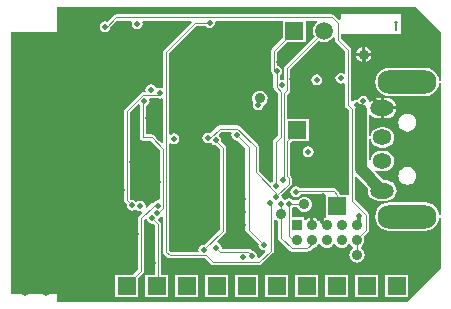
<source format=gtl>
G04 Layer_Physical_Order=1*
G04 Layer_Color=255*
%FSLAX25Y25*%
%MOIN*%
G70*
G01*
G75*
%ADD10R,0.00492X0.00492*%
%ADD11C,0.03543*%
%ADD12C,0.00492*%
%ADD13C,0.01181*%
%ADD14C,0.03937*%
%ADD15C,0.00591*%
%ADD16R,0.15714X0.87517*%
%ADD17R,0.05906X0.05906*%
%ADD18C,0.03543*%
%ADD19R,0.03543X0.03543*%
%ADD20C,0.05906*%
%ADD21O,0.19685X0.07874*%
%ADD22C,0.00394*%
%ADD23O,0.07874X0.05118*%
%ADD24O,0.06299X0.05118*%
%ADD25C,0.01969*%
%ADD26C,0.03150*%
G36*
X196850Y78740D02*
Y62508D01*
X196350Y62476D01*
X196237Y63340D01*
X195761Y64489D01*
X195003Y65476D01*
X194017Y66233D01*
X192867Y66709D01*
X191634Y66872D01*
X179823D01*
X178589Y66709D01*
X177440Y66233D01*
X176453Y65476D01*
X175696Y64489D01*
X175220Y63340D01*
X175058Y62106D01*
X175220Y60873D01*
X175696Y59724D01*
X176453Y58737D01*
X177440Y57980D01*
X178589Y57503D01*
X179823Y57341D01*
X191634D01*
X192867Y57503D01*
X194017Y57980D01*
X195003Y58737D01*
X195761Y59724D01*
X196237Y60873D01*
X196350Y61737D01*
X196850Y61704D01*
Y17626D01*
X196350Y17594D01*
X196237Y18458D01*
X195761Y19607D01*
X195003Y20594D01*
X194017Y21351D01*
X192867Y21827D01*
X191634Y21990D01*
X179823D01*
X178589Y21827D01*
X177440Y21351D01*
X176453Y20594D01*
X175696Y19607D01*
X175220Y18458D01*
X175058Y17224D01*
X175220Y15991D01*
X175696Y14842D01*
X176453Y13855D01*
X177440Y13098D01*
X178589Y12622D01*
X179823Y12459D01*
X191634D01*
X192867Y12622D01*
X194017Y13098D01*
X195003Y13855D01*
X195761Y14842D01*
X196237Y15991D01*
X196350Y16855D01*
X196850Y16823D01*
Y-0D01*
X185728Y-11122D01*
X69095D01*
Y86986D01*
X188605D01*
X196850Y78740D01*
D02*
G37*
%LPC*%
G36*
X185965Y-2224D02*
X178484D01*
Y-9705D01*
X185965D01*
Y-2224D01*
D02*
G37*
G36*
X175965D02*
X168484D01*
Y-9705D01*
X175965D01*
Y-2224D01*
D02*
G37*
G36*
X182149Y52953D02*
X177953D01*
Y50069D01*
X178839D01*
X179712Y50185D01*
X180526Y50522D01*
X181225Y51058D01*
X181762Y51757D01*
X182099Y52571D01*
X182149Y52953D01*
D02*
G37*
G36*
X185728Y51502D02*
X184958Y51400D01*
X184239Y51103D01*
X183622Y50630D01*
X183149Y50013D01*
X182852Y49294D01*
X182750Y48524D01*
X182852Y47753D01*
X183149Y47034D01*
X183622Y46418D01*
X184239Y45944D01*
X184958Y45647D01*
X185728Y45545D01*
X186499Y45647D01*
X187217Y45944D01*
X187834Y46418D01*
X188308Y47034D01*
X188605Y47753D01*
X188707Y48524D01*
X188605Y49294D01*
X188308Y50013D01*
X187834Y50630D01*
X187217Y51103D01*
X186499Y51400D01*
X185728Y51502D01*
D02*
G37*
G36*
Y33785D02*
X184958Y33684D01*
X184239Y33386D01*
X183622Y32913D01*
X183149Y32296D01*
X182852Y31578D01*
X182750Y30807D01*
X182852Y30036D01*
X183149Y29318D01*
X183622Y28701D01*
X184239Y28228D01*
X184958Y27930D01*
X185728Y27829D01*
X186499Y27930D01*
X187217Y28228D01*
X187834Y28701D01*
X188308Y29318D01*
X188605Y30036D01*
X188707Y30807D01*
X188605Y31578D01*
X188308Y32296D01*
X187834Y32913D01*
X187217Y33386D01*
X186499Y33684D01*
X185728Y33785D01*
D02*
G37*
G36*
X135965Y-2224D02*
X128484D01*
Y-9705D01*
X135965D01*
Y-2224D01*
D02*
G37*
G36*
X125965D02*
X118484D01*
Y-9705D01*
X125965D01*
Y-2224D01*
D02*
G37*
G36*
X115965D02*
X108484D01*
Y-9705D01*
X115965D01*
Y-2224D01*
D02*
G37*
G36*
X165965D02*
X158484D01*
Y-9705D01*
X165965D01*
Y-2224D01*
D02*
G37*
G36*
X155965D02*
X148484D01*
Y-9705D01*
X155965D01*
Y-2224D01*
D02*
G37*
G36*
X145965D02*
X138484D01*
Y-9705D01*
X145965D01*
Y-2224D01*
D02*
G37*
G36*
X173776Y70669D02*
X171752D01*
Y68645D01*
X171928Y68668D01*
X172550Y68926D01*
X173085Y69336D01*
X173495Y69871D01*
X173753Y70493D01*
X173776Y70669D01*
D02*
G37*
G36*
X171752Y73678D02*
Y71653D01*
X173776D01*
X173753Y71829D01*
X173495Y72452D01*
X173085Y72987D01*
X172550Y73397D01*
X171928Y73655D01*
X171752Y73678D01*
D02*
G37*
G36*
X170768D02*
X170592Y73655D01*
X169969Y73397D01*
X169435Y72987D01*
X169025Y72452D01*
X168767Y71829D01*
X168744Y71653D01*
X170768D01*
Y73678D01*
D02*
G37*
G36*
X183630Y84883D02*
X163551D01*
Y82936D01*
X163051Y82729D01*
X161444Y84336D01*
X161102Y84565D01*
X160699Y84645D01*
X160699Y84645D01*
X88610D01*
X88610Y84645D01*
X88206Y84565D01*
X87865Y84336D01*
X87865Y84336D01*
X85692Y82164D01*
X85018Y82298D01*
X84326Y82160D01*
X83740Y81769D01*
X83349Y81182D01*
X83211Y80491D01*
X83349Y79800D01*
X83740Y79214D01*
X84326Y78822D01*
X85018Y78685D01*
X85709Y78822D01*
X86295Y79214D01*
X86686Y79800D01*
X86780Y80272D01*
X89046Y82538D01*
X93701D01*
X94029Y82038D01*
X93937Y81574D01*
X94074Y80882D01*
X94466Y80296D01*
X95052Y79905D01*
X95743Y79767D01*
X96434Y79905D01*
X97021Y80296D01*
X97412Y80882D01*
X97550Y81574D01*
X97457Y82038D01*
X97785Y82538D01*
X113653D01*
X113845Y82076D01*
X104668Y72899D01*
X104440Y72557D01*
X104360Y72154D01*
X104360Y72154D01*
Y60252D01*
X104007Y60063D01*
X103860Y60031D01*
X103222Y60158D01*
X102530Y60020D01*
X102418Y59945D01*
X101956Y60136D01*
X101938Y60223D01*
X101547Y60809D01*
X100961Y61201D01*
X100270Y61338D01*
X99578Y61201D01*
X98992Y60809D01*
X98601Y60223D01*
X98463Y59532D01*
X98519Y59250D01*
X98202Y58863D01*
X97760D01*
X97760Y58863D01*
X97357Y58783D01*
X97015Y58555D01*
X97015Y58555D01*
X91554Y53094D01*
X91326Y52752D01*
X91246Y52349D01*
X91246Y52349D01*
Y22730D01*
X91246Y22730D01*
X91326Y22327D01*
X91554Y21985D01*
X92317Y21223D01*
X92264Y20959D01*
X92401Y20268D01*
X92793Y19682D01*
X93379Y19290D01*
X94070Y19153D01*
X94762Y19290D01*
X95327Y19668D01*
X95450Y19485D01*
X96036Y19094D01*
X96727Y18956D01*
X97160Y19042D01*
X97406Y18581D01*
X96327Y17502D01*
X96099Y17160D01*
X96018Y16757D01*
X96018Y16757D01*
Y-385D01*
X94179Y-2224D01*
X88484D01*
Y-9705D01*
X95965D01*
Y-3419D01*
X97817Y-1567D01*
X97817Y-1567D01*
X98046Y-1225D01*
X98126Y-822D01*
X98126Y-822D01*
Y16229D01*
X98475Y16512D01*
X98940Y16346D01*
X99020Y15943D01*
X99412Y15357D01*
X99998Y14965D01*
X100689Y14828D01*
X100953Y14880D01*
X101555Y14278D01*
Y-2224D01*
X98484D01*
Y-9705D01*
X105965D01*
Y-2224D01*
X103662D01*
Y14715D01*
X103662Y14715D01*
X103582Y15118D01*
X103353Y15460D01*
X102670Y16143D01*
X102834Y16686D01*
X103088Y16737D01*
X103674Y17128D01*
X103860Y17405D01*
X104360Y17254D01*
Y5582D01*
X104360Y5582D01*
X104440Y5179D01*
X104668Y4837D01*
X105805Y3700D01*
X106147Y3472D01*
X106550Y3391D01*
X106550Y3391D01*
X118190D01*
X120310Y1272D01*
X120310Y1272D01*
X120652Y1043D01*
X121055Y963D01*
X121055Y963D01*
X136367D01*
X136367Y963D01*
X136770Y1043D01*
X137112Y1272D01*
X140965Y5125D01*
X140965Y5125D01*
X141193Y5466D01*
X141274Y5870D01*
Y16248D01*
X141774Y16418D01*
X141876Y16285D01*
X142410Y15875D01*
X142647Y15777D01*
Y10098D01*
X142647Y10098D01*
X142727Y9695D01*
X142956Y9353D01*
X146460Y5849D01*
X146460Y5849D01*
X146801Y5621D01*
X147205Y5541D01*
X147205Y5541D01*
X152461D01*
X152461Y5541D01*
X152864Y5621D01*
X153206Y5849D01*
X154183Y6826D01*
X154566Y6877D01*
X155188Y7135D01*
X155723Y7545D01*
X156133Y8079D01*
X156662D01*
X157072Y7545D01*
X157607Y7135D01*
X158230Y6877D01*
X158898Y6789D01*
X159566Y6877D01*
X160188Y7135D01*
X160723Y7545D01*
X161133Y8079D01*
X161662D01*
X162073Y7545D01*
X162607Y7135D01*
X163230Y6877D01*
X163898Y6789D01*
X164566Y6877D01*
X165188Y7135D01*
X165723Y7545D01*
X166133Y8079D01*
X166662D01*
X167072Y7545D01*
X167582Y7154D01*
X167628Y6973D01*
X167611Y6592D01*
X167171Y6254D01*
X166761Y5720D01*
X166503Y5097D01*
X166415Y4429D01*
X166503Y3761D01*
X166761Y3139D01*
X167171Y2604D01*
X167706Y2194D01*
X168328Y1936D01*
X168996Y1848D01*
X169664Y1936D01*
X170287Y2194D01*
X170821Y2604D01*
X171231Y3139D01*
X171489Y3761D01*
X171577Y4429D01*
X171489Y5097D01*
X171231Y5720D01*
X170821Y6254D01*
X170312Y6645D01*
X170266Y6827D01*
X170283Y7207D01*
X170723Y7545D01*
X171133Y8079D01*
X171391Y8702D01*
X171479Y9370D01*
X171391Y10038D01*
X171183Y10539D01*
X172694Y12050D01*
X172922Y12392D01*
X173003Y12795D01*
X173003Y12795D01*
Y17815D01*
X172922Y18218D01*
X172694Y18560D01*
X172694Y18560D01*
X168278Y22976D01*
Y30430D01*
X168778Y30637D01*
X172803Y26612D01*
X172707Y25886D01*
X172822Y25012D01*
X173160Y24198D01*
X173696Y23499D01*
X174395Y22963D01*
X175209Y22625D01*
X176083Y22511D01*
X178839D01*
X179712Y22625D01*
X180526Y22963D01*
X181225Y23499D01*
X181762Y24198D01*
X182099Y25012D01*
X182214Y25886D01*
X182099Y26759D01*
X181762Y27573D01*
X181225Y28273D01*
X180526Y28809D01*
X179712Y29146D01*
X178839Y29261D01*
X178016D01*
X174839Y32438D01*
X175169Y32815D01*
X175182Y32805D01*
X175996Y32468D01*
X176870Y32353D01*
X178051D01*
X178925Y32468D01*
X179739Y32805D01*
X180438Y33342D01*
X180974Y34041D01*
X181312Y34855D01*
X181427Y35728D01*
X181312Y36602D01*
X180974Y37416D01*
X180438Y38115D01*
X179739Y38651D01*
X178925Y38989D01*
X178051Y39104D01*
X176870D01*
X175996Y38989D01*
X175182Y38651D01*
X174483Y38115D01*
X173947Y37416D01*
X173610Y36602D01*
X173555Y36188D01*
X173055Y36221D01*
Y43110D01*
X173555Y43143D01*
X173610Y42729D01*
X173947Y41915D01*
X174483Y41216D01*
X175182Y40679D01*
X175996Y40342D01*
X176870Y40227D01*
X178051D01*
X178925Y40342D01*
X179739Y40679D01*
X180438Y41216D01*
X180974Y41915D01*
X181312Y42729D01*
X181427Y43602D01*
X181312Y44476D01*
X180974Y45290D01*
X180438Y45989D01*
X179739Y46525D01*
X178925Y46863D01*
X178051Y46978D01*
X176870D01*
X175996Y46863D01*
X175182Y46525D01*
X174483Y45989D01*
X173947Y45290D01*
X173610Y44476D01*
X173555Y44062D01*
X173055Y44095D01*
Y51072D01*
X173555Y51241D01*
X173696Y51058D01*
X174395Y50522D01*
X175209Y50185D01*
X176083Y50069D01*
X176969D01*
Y53445D01*
Y56820D01*
X176083D01*
X175209Y56705D01*
X174395Y56368D01*
X173696Y55832D01*
X173451Y55512D01*
X173143Y55578D01*
X172949Y55680D01*
X172824Y56308D01*
X172433Y56894D01*
X171846Y57285D01*
X171155Y57423D01*
X170464Y57285D01*
X169878Y56894D01*
X169486Y56308D01*
X169155Y56086D01*
X168898Y56137D01*
X168206Y56000D01*
X167646Y55625D01*
X167502Y55655D01*
X167146Y55798D01*
Y72816D01*
X167146Y72816D01*
X167066Y73219D01*
X166838Y73561D01*
X166838Y73561D01*
X163709Y76690D01*
Y78190D01*
X180153D01*
Y77994D01*
X183827D01*
Y83505D01*
X183630D01*
Y84883D01*
D02*
G37*
G36*
X178839Y56820D02*
X177953D01*
Y53937D01*
X182149D01*
X182099Y54318D01*
X181762Y55133D01*
X181225Y55832D01*
X180526Y56368D01*
X179712Y56705D01*
X178839Y56820D01*
D02*
G37*
G36*
X170768Y70669D02*
X168744D01*
X168767Y70493D01*
X169025Y69871D01*
X169435Y69336D01*
X169969Y68926D01*
X170592Y68668D01*
X170768Y68645D01*
Y70669D01*
D02*
G37*
%LPD*%
G36*
X144389Y76962D02*
X140643Y73216D01*
X140414Y72874D01*
X140334Y72471D01*
X140334Y72471D01*
Y66531D01*
X140334Y66531D01*
X140414Y66128D01*
X140450Y66075D01*
X140382Y65731D01*
X140519Y65040D01*
X140911Y64454D01*
X141134Y64305D01*
Y61801D01*
X141121Y61737D01*
X141121Y61737D01*
Y60310D01*
X141121Y60310D01*
X141202Y59907D01*
X141430Y59565D01*
X142610Y58385D01*
Y44198D01*
X141344Y42932D01*
X141116Y42590D01*
X141036Y42187D01*
X141036Y42187D01*
Y28979D01*
X140812Y28829D01*
X140652Y28590D01*
X140155Y28541D01*
X136290Y32406D01*
Y40453D01*
X136210Y40856D01*
X135981Y41198D01*
X135981Y41198D01*
X129865Y47315D01*
X129523Y47543D01*
X129119Y47623D01*
X129119Y47623D01*
X123169D01*
X123169Y47623D01*
X122766Y47543D01*
X122424Y47315D01*
X122424Y47315D01*
X120103Y44994D01*
X119983Y45074D01*
X119291Y45212D01*
X118600Y45074D01*
X118014Y44683D01*
X117622Y44097D01*
X117485Y43406D01*
X117622Y42714D01*
X118014Y42128D01*
X118600Y41737D01*
X119291Y41599D01*
X119983Y41737D01*
X120005Y41752D01*
X120495Y41654D01*
X120573Y41538D01*
X121159Y41146D01*
X121850Y41009D01*
X122032Y41045D01*
X123257Y39819D01*
Y12936D01*
X118231Y7911D01*
X117913Y7974D01*
X117222Y7836D01*
X116636Y7445D01*
X116244Y6859D01*
X116107Y6168D01*
X116163Y5885D01*
X115846Y5499D01*
X106986D01*
X106467Y6018D01*
Y41421D01*
X106967Y41688D01*
X107314Y41456D01*
X108006Y41318D01*
X108697Y41456D01*
X109283Y41847D01*
X109675Y42434D01*
X109812Y43125D01*
X109675Y43816D01*
X109283Y44402D01*
X108697Y44794D01*
X108006Y44931D01*
X107314Y44794D01*
X106967Y44561D01*
X106467Y44829D01*
Y71718D01*
X115565Y80815D01*
X118424D01*
X118574Y80591D01*
X119160Y80200D01*
X119851Y80062D01*
X120543Y80200D01*
X121128Y80591D01*
X121520Y81178D01*
X121658Y81869D01*
X121601Y82151D01*
X121919Y82538D01*
X144389D01*
Y76962D01*
D02*
G37*
G36*
X161601Y76772D02*
Y76253D01*
X161601Y76253D01*
X161682Y75850D01*
X161910Y75508D01*
X165039Y72379D01*
Y65047D01*
X164539Y64779D01*
X164274Y64956D01*
X163583Y65094D01*
X162891Y64956D01*
X162305Y64565D01*
X161914Y63979D01*
X161776Y63287D01*
X161914Y62596D01*
X162305Y62010D01*
X162891Y61619D01*
X163583Y61481D01*
X164274Y61619D01*
X164539Y61796D01*
X165039Y61528D01*
Y54282D01*
X165039Y54282D01*
X165119Y53878D01*
X165347Y53536D01*
X166171Y52713D01*
Y24897D01*
X166142Y24409D01*
X163945D01*
X163455Y24508D01*
X163375Y24911D01*
X163147Y25253D01*
X163147Y25253D01*
X161916Y26483D01*
X161574Y26712D01*
X161171Y26792D01*
X161171Y26792D01*
X149866D01*
X149313Y27161D01*
X148622Y27299D01*
X147931Y27161D01*
X147345Y26769D01*
X146953Y26183D01*
X146816Y25492D01*
X146953Y24801D01*
X147345Y24215D01*
X147931Y23823D01*
X148622Y23686D01*
X149313Y23823D01*
X149899Y24215D01*
X150213Y24685D01*
X158275D01*
X158661Y24409D01*
Y16929D01*
X158661Y16929D01*
X158442Y16896D01*
X158230Y16863D01*
X158205Y16853D01*
X157607Y16605D01*
X157072Y16195D01*
X156662Y15661D01*
X156133D01*
X155723Y16195D01*
X155188Y16605D01*
X154566Y16863D01*
X154390Y16886D01*
Y14370D01*
X153405D01*
Y16886D01*
X153230Y16863D01*
X152607Y16605D01*
X152073Y16195D01*
X151957Y16044D01*
X151457Y16214D01*
Y16929D01*
X147412D01*
Y20125D01*
X147643Y20279D01*
X147792Y20503D01*
X149020D01*
X149241Y19969D01*
X149651Y19435D01*
X150186Y19025D01*
X150808Y18767D01*
X151476Y18679D01*
X152144Y18767D01*
X152767Y19025D01*
X153302Y19435D01*
X153712Y19969D01*
X153970Y20592D01*
X154058Y21260D01*
X153970Y21928D01*
X153712Y22550D01*
X153302Y23085D01*
X152767Y23495D01*
X152144Y23753D01*
X151476Y23841D01*
X150808Y23753D01*
X150186Y23495D01*
X149651Y23085D01*
X149287Y22610D01*
X147792D01*
X147643Y22833D01*
X147057Y23225D01*
X146365Y23362D01*
X145674Y23225D01*
X145088Y22833D01*
X144647Y22988D01*
X144294Y23224D01*
X144193Y23244D01*
X143939Y23623D01*
X143803Y24306D01*
X146919Y27422D01*
X146919Y27422D01*
X147147Y27764D01*
X147227Y28167D01*
X147227Y28167D01*
Y30135D01*
X147147Y30538D01*
X146919Y30880D01*
X146919Y30880D01*
X146686Y31113D01*
Y41850D01*
X147258Y42421D01*
X152854D01*
Y49902D01*
X145702D01*
Y57893D01*
X146365Y58556D01*
X146365Y58556D01*
X146594Y58898D01*
X146674Y59301D01*
X146674Y59301D01*
Y66267D01*
X156320Y75913D01*
X157152Y75568D01*
X158129Y75440D01*
X159105Y75568D01*
X160015Y75945D01*
X160796Y76544D01*
X161101Y76942D01*
X161601Y76772D01*
D02*
G37*
G36*
X96342Y54702D02*
X96667Y54519D01*
Y43602D01*
X96747Y43199D01*
X96975Y42857D01*
X97317Y42629D01*
X97720Y42549D01*
X100128D01*
X103277Y39400D01*
Y23040D01*
X102777Y22629D01*
X102559Y22672D01*
X101868Y22535D01*
X101282Y22143D01*
X101125Y21909D01*
X100778Y21840D01*
X100436Y21611D01*
X100436Y21611D01*
X98908Y20084D01*
X98448Y20330D01*
X98534Y20762D01*
X98396Y21454D01*
X98005Y22040D01*
X97418Y22431D01*
X96727Y22569D01*
X96036Y22431D01*
X95470Y22053D01*
X95348Y22237D01*
X94762Y22628D01*
X94070Y22766D01*
X93807Y22713D01*
X93353Y23167D01*
Y51912D01*
X96160Y54720D01*
X96342Y54702D01*
D02*
G37*
G36*
X102530Y56682D02*
X103222Y56545D01*
X103860Y56672D01*
X104007Y56639D01*
X104360Y56450D01*
Y41951D01*
X103898Y41759D01*
X101310Y44347D01*
X100968Y44576D01*
X100565Y44656D01*
X100565Y44656D01*
X98774D01*
Y54021D01*
X98796Y54026D01*
X99382Y54417D01*
X99774Y55003D01*
X99911Y55694D01*
X99800Y56256D01*
X100082Y56756D01*
X102420D01*
X102530Y56682D01*
D02*
G37*
G36*
X155667Y82038D02*
X155461Y81880D01*
X154862Y81098D01*
X154485Y80188D01*
X154356Y79212D01*
X154485Y78236D01*
X154830Y77403D01*
X144875Y67448D01*
X144647Y67106D01*
X144566Y66703D01*
X144566Y66703D01*
Y63091D01*
X144180Y62774D01*
X143898Y62830D01*
X143628Y62776D01*
X143242Y63094D01*
Y64305D01*
X143465Y64454D01*
X143857Y65040D01*
X143994Y65731D01*
X143857Y66422D01*
X143465Y67009D01*
X142879Y67400D01*
X142441Y67487D01*
Y72035D01*
X145879Y75472D01*
X151869D01*
Y82538D01*
X155498D01*
X155667Y82038D01*
D02*
G37*
G36*
X127330Y45075D02*
X127268Y44983D01*
X127131Y44291D01*
X127268Y43600D01*
X127660Y43014D01*
X128246Y42623D01*
X128937Y42485D01*
X129201Y42537D01*
X131820Y39918D01*
Y12795D01*
X131820Y12795D01*
X131901Y12392D01*
X132129Y12050D01*
X136193Y7986D01*
X136150Y7774D01*
X136288Y7082D01*
X136679Y6496D01*
X137266Y6105D01*
X137957Y5967D01*
X138161Y6008D01*
X138407Y5547D01*
X136273Y3413D01*
X136039Y3437D01*
X135651Y3967D01*
X135665Y4035D01*
X135527Y4727D01*
X135136Y5313D01*
X134549Y5704D01*
X133955Y5822D01*
X133521Y6257D01*
X133179Y6485D01*
X132776Y6566D01*
X132775Y6566D01*
X124137D01*
X123952Y6791D01*
X123814Y7483D01*
X123423Y8069D01*
X122837Y8460D01*
X122530Y8521D01*
X122365Y9064D01*
X125056Y11755D01*
X125056Y11755D01*
X125285Y12097D01*
X125365Y12500D01*
X125365Y12500D01*
Y40256D01*
X125365Y40256D01*
X125285Y40659D01*
X125056Y41001D01*
X125056Y41001D01*
X123588Y42469D01*
X123657Y42815D01*
X123519Y43506D01*
X123128Y44092D01*
X122888Y44252D01*
X122839Y44750D01*
X123606Y45516D01*
X127094D01*
X127330Y45075D01*
D02*
G37*
%LPC*%
G36*
X136614Y59176D02*
X135946Y59088D01*
X135324Y58830D01*
X134789Y58420D01*
X134379Y57885D01*
X134121Y57262D01*
X134033Y56595D01*
X134121Y55926D01*
X134379Y55304D01*
X134483Y55168D01*
X134349Y54494D01*
X134486Y53803D01*
X134878Y53217D01*
X135464Y52825D01*
X136155Y52688D01*
X136846Y52825D01*
X137433Y53217D01*
X137824Y53803D01*
X137940Y54386D01*
X138439Y54769D01*
X138849Y55304D01*
X139107Y55926D01*
X139195Y56595D01*
X139107Y57262D01*
X138849Y57885D01*
X138439Y58420D01*
X137905Y58830D01*
X137282Y59088D01*
X136614Y59176D01*
D02*
G37*
G36*
X155512Y64602D02*
X154821Y64464D01*
X154235Y64073D01*
X153843Y63486D01*
X153705Y62795D01*
X153843Y62104D01*
X154235Y61518D01*
X154821Y61126D01*
X155512Y60989D01*
X156203Y61126D01*
X156789Y61518D01*
X157181Y62104D01*
X157318Y62795D01*
X157181Y63486D01*
X156789Y64073D01*
X156203Y64464D01*
X155512Y64602D01*
D02*
G37*
G36*
X152717Y40674D02*
X152025Y40537D01*
X151439Y40145D01*
X151048Y39559D01*
X150910Y38868D01*
X151048Y38177D01*
X151439Y37591D01*
X152025Y37199D01*
X152717Y37062D01*
X153408Y37199D01*
X153994Y37591D01*
X154386Y38177D01*
X154523Y38868D01*
X154386Y39559D01*
X153994Y40145D01*
X153408Y40537D01*
X152717Y40674D01*
D02*
G37*
%LPD*%
D10*
X126132Y46570D02*
D03*
X124132D02*
D03*
D11*
X151476Y21260D02*
D03*
X136614Y56595D02*
D03*
X171260Y71161D02*
D03*
X143701Y18110D02*
D03*
X168996Y4429D02*
D03*
D12*
X104331Y20202D02*
Y39836D01*
X105413Y5582D02*
Y72154D01*
Y5582D02*
X106550Y4445D01*
X105413Y72154D02*
X115128Y81869D01*
X119851D01*
X106550Y4445D02*
X118627D01*
X121055Y2017D01*
X136367D01*
X102663Y18534D02*
X104331Y20202D01*
X100565Y43602D02*
X104331Y39836D01*
X102269Y18927D02*
X102663Y18534D01*
X97720Y43602D02*
X100565D01*
X135236Y31969D02*
Y40453D01*
Y31969D02*
X142133Y25073D01*
X145633Y42286D02*
X149311Y45965D01*
X129650Y46014D02*
X133858Y41806D01*
X142133Y24126D02*
Y25073D01*
Y24126D02*
X146174Y28167D01*
Y30135D01*
X145633Y30676D02*
X146174Y30135D01*
X145633Y30676D02*
Y42286D01*
X149114Y46161D02*
X149311Y45965D01*
X136367Y2017D02*
X140220Y5870D01*
X133858Y4035D02*
Y4429D01*
X132776Y5512D02*
X133858Y4429D01*
X123425Y5512D02*
X132776D01*
X122146Y6791D02*
X123425Y5512D01*
X140220Y5870D02*
Y21752D01*
X97072Y16757D02*
X101181Y20866D01*
X97072Y-822D02*
Y16757D01*
X102608Y-5571D02*
Y14715D01*
X102224Y-5965D02*
X102510D01*
X100689Y16634D02*
X102608Y14715D01*
X92323Y-5571D02*
X97072Y-822D01*
X101181Y20866D02*
X102559D01*
X102397Y18406D02*
Y18799D01*
X102269Y18927D02*
X102397Y18799D01*
X102264Y18932D02*
X102269Y18927D01*
X97720Y43602D02*
Y55310D01*
X85264Y80245D02*
X88610Y83591D01*
X142188Y61750D02*
Y65731D01*
X142175Y61737D02*
X142188Y61750D01*
X142175Y60310D02*
Y61737D01*
Y60310D02*
X143664Y58821D01*
X144648Y29619D02*
Y58329D01*
X144451Y29422D02*
X144648Y29619D01*
X143664Y43762D02*
Y58821D01*
X144648Y58329D02*
X145620Y59301D01*
X142090Y42187D02*
X143664Y43762D01*
X141388Y66531D02*
X142188Y65731D01*
X145620Y59301D02*
Y66703D01*
X158129Y79212D01*
X142090Y27552D02*
Y42187D01*
X141388Y66531D02*
Y72471D01*
X148129Y79212D01*
X92299Y22730D02*
X94070Y20959D01*
X160699Y83591D02*
X162655Y81635D01*
Y76253D02*
Y81635D01*
Y76253D02*
X166093Y72816D01*
X88610Y83591D02*
X160699D01*
X166093Y54282D02*
Y72816D01*
X102680Y57810D02*
X103222Y58351D01*
X92299Y52349D02*
X97760Y57810D01*
X102680D01*
X97720Y55310D02*
X98105Y55694D01*
X92299Y22730D02*
Y52349D01*
X124132Y46570D02*
X126132D01*
X147205Y6594D02*
X152461D01*
X143701Y10098D02*
X147205Y6594D01*
X143701Y10098D02*
Y21555D01*
X146358Y10728D02*
Y20875D01*
X132874Y12795D02*
X137896Y7774D01*
X137957D01*
X146365Y21556D02*
X151180D01*
X151476Y21260D01*
X146365Y20974D02*
Y21556D01*
X152461Y6594D02*
X153937Y8071D01*
X146358Y10728D02*
X148898Y8189D01*
X148622Y25492D02*
X148868Y25738D01*
X161171D01*
X168898Y9370D02*
Y9744D01*
X162402Y20669D02*
Y24508D01*
X161171Y25738D02*
X162402Y24508D01*
X168996Y3051D02*
Y9055D01*
X121752Y42815D02*
X124311Y40256D01*
X121752Y42815D02*
X121850D01*
X153937Y8071D02*
Y9187D01*
X132874Y12795D02*
Y40354D01*
X128937Y44291D02*
X132874Y40354D01*
X119291Y43406D02*
X120005D01*
X126132Y46570D02*
X129119D01*
X120005Y43406D02*
X123169Y46570D01*
X124132D01*
X118110Y6299D02*
X124311Y12500D01*
Y40256D01*
X129119Y46570D02*
X135236Y40453D01*
X168898Y9744D02*
X171949Y12795D01*
Y17815D01*
X167224Y22539D02*
X171949Y17815D01*
X167224Y22539D02*
Y53150D01*
X166093Y54282D02*
X167224Y53150D01*
D13*
X169685Y13976D02*
Y17323D01*
X157382Y15295D02*
X159193Y13484D01*
X154193D02*
X155020Y14311D01*
X149193Y13484D02*
X149803Y14095D01*
X157382Y15295D02*
Y19094D01*
X171161Y59744D02*
Y71161D01*
Y59744D02*
X177461Y53445D01*
D14*
X170276Y33071D02*
X177461Y25886D01*
X170276Y33071D02*
Y52854D01*
D15*
X182449Y82127D02*
X181531D01*
X181990D01*
Y79372D01*
X182449Y79831D01*
D16*
X61435Y35195D02*
D03*
D17*
X142224Y-5965D02*
D03*
X132224D02*
D03*
X162224D02*
D03*
X152224D02*
D03*
X122224D02*
D03*
X112224D02*
D03*
X102224D02*
D03*
X92224D02*
D03*
X162402Y20669D02*
D03*
X182224Y-5965D02*
D03*
X172224D02*
D03*
X149114Y46161D02*
D03*
X148129Y79212D02*
D03*
D18*
X168898Y14370D02*
D03*
X163898D02*
D03*
X158898D02*
D03*
X153898D02*
D03*
X148898Y9370D02*
D03*
X153898D02*
D03*
X158898D02*
D03*
X163898D02*
D03*
X168898D02*
D03*
D19*
X148898Y14370D02*
D03*
D20*
X158129Y79212D02*
D03*
D21*
X185728Y62106D02*
D03*
Y17224D02*
D03*
D22*
Y48524D02*
D03*
Y30807D02*
D03*
D23*
X177461Y25886D02*
D03*
Y53445D02*
D03*
D24*
Y35728D02*
D03*
Y43602D02*
D03*
D25*
X102466Y25789D02*
D03*
X133858Y4035D02*
D03*
X122146Y6791D02*
D03*
X103084Y43518D02*
D03*
X102397Y18406D02*
D03*
X100689Y16634D02*
D03*
X102559Y20866D02*
D03*
X96727Y20762D02*
D03*
X100886Y1870D02*
D03*
X85018Y80491D02*
D03*
X141794Y46740D02*
D03*
X142188Y65731D02*
D03*
X142680Y81180D02*
D03*
X144451Y29422D02*
D03*
X142090Y27552D02*
D03*
X94070Y20959D02*
D03*
X73013Y45264D02*
D03*
X119851Y81869D02*
D03*
X95743Y81574D02*
D03*
X90528Y26174D02*
D03*
X86198Y-1181D02*
D03*
Y-3641D02*
D03*
Y-6790D02*
D03*
X91217Y7774D02*
D03*
X95350Y11414D02*
D03*
X91414Y14957D02*
D03*
X103222Y58351D02*
D03*
X100270Y59532D02*
D03*
X98105Y55694D02*
D03*
X131561Y60713D02*
D03*
X111586Y53791D02*
D03*
X99443Y50113D02*
D03*
X94029Y35546D02*
D03*
X83345Y74587D02*
D03*
X131069Y3739D02*
D03*
X137957Y7774D02*
D03*
X142133Y23623D02*
D03*
X143602Y21555D02*
D03*
X140157Y21752D02*
D03*
X146365Y21556D02*
D03*
X148622Y25492D02*
D03*
X148360Y28262D02*
D03*
X157382Y19094D02*
D03*
X157677Y24016D02*
D03*
X143110Y68602D02*
D03*
X69488Y32874D02*
D03*
X175591Y8366D02*
D03*
X190650Y7972D02*
D03*
X172933Y74705D02*
D03*
X192028Y68209D02*
D03*
X119291Y43406D02*
D03*
X121850Y42815D02*
D03*
X163189Y66535D02*
D03*
X155512Y62795D02*
D03*
X163583Y63287D02*
D03*
X169685Y17323D02*
D03*
X119620Y34759D02*
D03*
X115289D02*
D03*
X110958D02*
D03*
X119620Y30428D02*
D03*
X115289D02*
D03*
X110958Y30428D02*
D03*
X119620Y26097D02*
D03*
X115289D02*
D03*
X110958D02*
D03*
X131037Y22948D02*
D03*
X126706D02*
D03*
X122376D02*
D03*
X131037Y18617D02*
D03*
X126706D02*
D03*
X122376D02*
D03*
X131037Y14286D02*
D03*
X126706D02*
D03*
X122376D02*
D03*
X128937Y44291D02*
D03*
X136155Y54494D02*
D03*
X101903Y35251D02*
D03*
X102592Y28853D02*
D03*
X141077Y54050D02*
D03*
X152789Y33184D02*
D03*
X108006Y43125D02*
D03*
X143898Y61024D02*
D03*
X138976Y71752D02*
D03*
X151378Y63090D02*
D03*
X147441D02*
D03*
X117913Y6168D02*
D03*
X68799Y38780D02*
D03*
X74344Y41648D02*
D03*
X152717Y38868D02*
D03*
X165453Y50098D02*
D03*
X168898Y54331D02*
D03*
X170669Y52854D02*
D03*
X171155Y55616D02*
D03*
D26*
X65339Y-477D02*
D03*
X58253D02*
D03*
Y-7563D02*
D03*
X65339D02*
D03*
Y18067D02*
D03*
X58253D02*
D03*
Y25153D02*
D03*
Y32240D02*
D03*
Y39327D02*
D03*
Y46413D02*
D03*
Y53500D02*
D03*
Y60586D02*
D03*
Y67673D02*
D03*
Y74760D02*
D03*
X65339Y25153D02*
D03*
Y32240D02*
D03*
Y39327D02*
D03*
Y46413D02*
D03*
Y53500D02*
D03*
Y60586D02*
D03*
Y67673D02*
D03*
Y74760D02*
D03*
M02*

</source>
